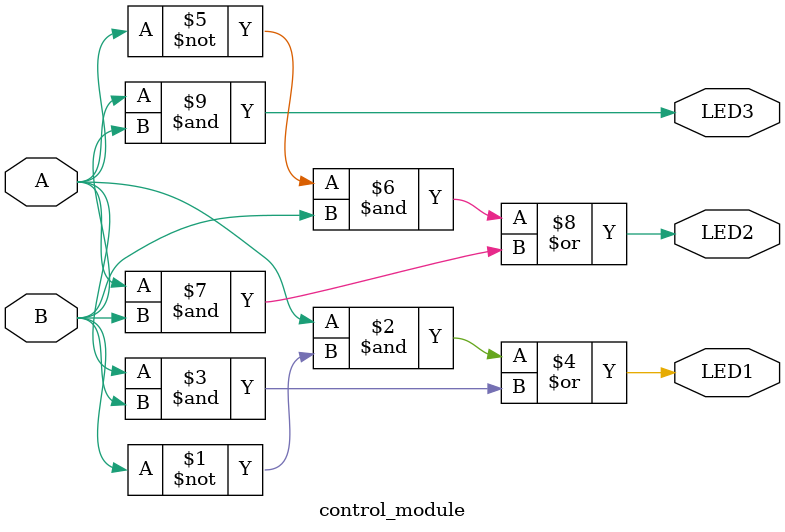
<source format=v>
`timescale 1ns / 1ps


module control_module(
    input A, B,
    output LED1, LED2, LED3
    );
    assign LED1 = (A & ~B) | (A & B);
    assign LED2 = (~A & B) | (A & B);
    assign LED3 = A & B;
endmodule

</source>
